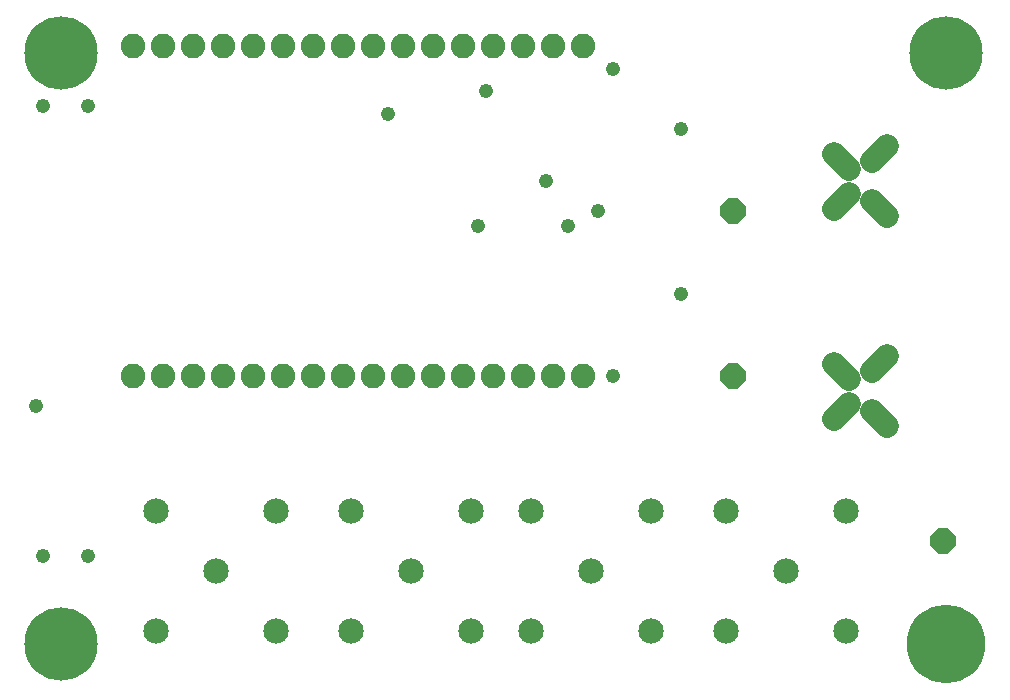
<source format=gbs>
G75*
%MOIN*%
%OFA0B0*%
%FSLAX24Y24*%
%IPPOS*%
%LPD*%
%AMOC8*
5,1,8,0,0,1.08239X$1,22.5*
%
%ADD10C,0.0789*%
%ADD11C,0.0845*%
%ADD12C,0.0820*%
%ADD13OC8,0.0840*%
%ADD14C,0.0476*%
%ADD15C,0.2442*%
%ADD16C,0.2620*%
D10*
X027545Y012909D02*
X028046Y013410D01*
X028814Y013164D02*
X029315Y012663D01*
X028046Y014257D02*
X027545Y014758D01*
X028814Y014503D02*
X029315Y015004D01*
X029315Y019663D02*
X028814Y020164D01*
X028046Y020410D02*
X027545Y019909D01*
X028046Y021257D02*
X027545Y021758D01*
X028814Y021503D02*
X029315Y022004D01*
D11*
X027930Y009833D03*
X025930Y007833D03*
X023930Y009833D03*
X021430Y009833D03*
X019430Y007833D03*
X017430Y009833D03*
X015430Y009833D03*
X013430Y007833D03*
X011430Y009833D03*
X008930Y009833D03*
X006930Y007833D03*
X004930Y009833D03*
X004930Y005833D03*
X008930Y005833D03*
X011430Y005833D03*
X015430Y005833D03*
X017430Y005833D03*
X021430Y005833D03*
X023930Y005833D03*
X027930Y005833D03*
D12*
X019180Y014333D03*
X018180Y014333D03*
X017180Y014333D03*
X016180Y014333D03*
X015180Y014333D03*
X014180Y014333D03*
X013180Y014333D03*
X012180Y014333D03*
X011180Y014333D03*
X010180Y014333D03*
X009180Y014333D03*
X008180Y014333D03*
X007180Y014333D03*
X006180Y014333D03*
X005180Y014333D03*
X004180Y014333D03*
X004180Y025333D03*
X005180Y025333D03*
X006180Y025333D03*
X007180Y025333D03*
X008180Y025333D03*
X009180Y025333D03*
X010180Y025333D03*
X011180Y025333D03*
X012180Y025333D03*
X013180Y025333D03*
X014180Y025333D03*
X015180Y025333D03*
X016180Y025333D03*
X017180Y025333D03*
X018180Y025333D03*
X019180Y025333D03*
D13*
X024180Y019833D03*
X024180Y014333D03*
X031180Y008833D03*
D14*
X022430Y017083D03*
X020180Y014333D03*
X018680Y019333D03*
X019680Y019833D03*
X017930Y020833D03*
X015680Y019333D03*
X012680Y023083D03*
X015930Y023833D03*
X020180Y024583D03*
X022430Y022583D03*
X002680Y023333D03*
X001180Y023333D03*
X000930Y013333D03*
X001180Y008333D03*
X002680Y008333D03*
D15*
X001755Y005408D03*
X001755Y025093D03*
X031282Y025093D03*
D16*
X031282Y005408D03*
M02*

</source>
